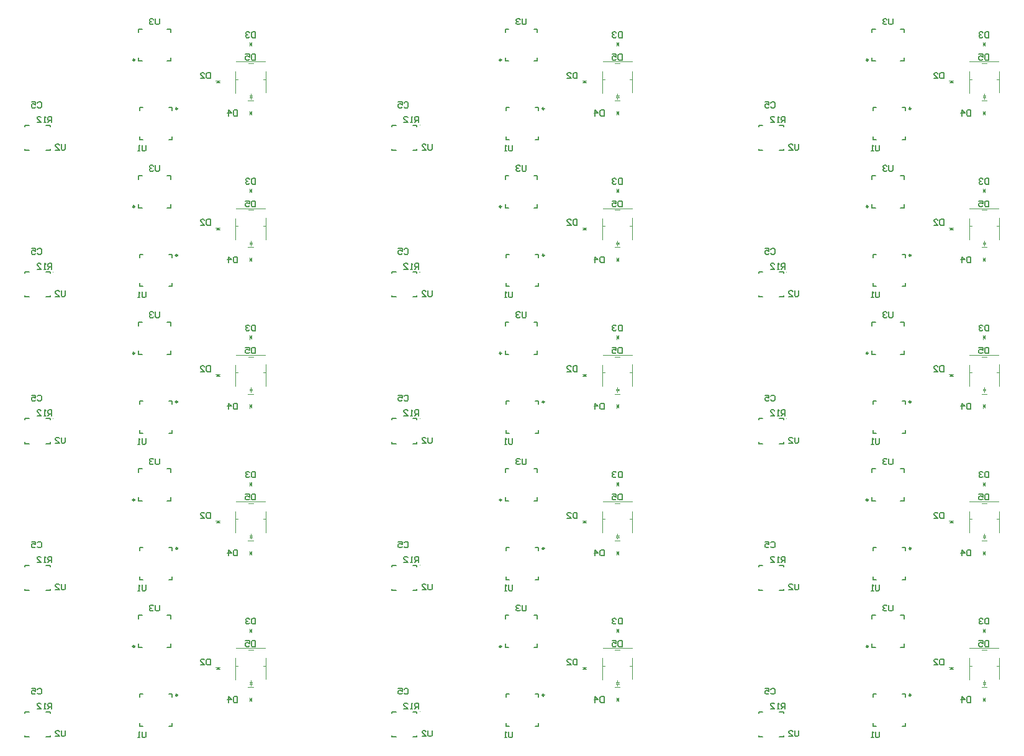
<source format=gbo>
G04*
G04 #@! TF.GenerationSoftware,Altium Limited,Altium Designer,19.0.14 (431)*
G04*
G04 Layer_Color=32896*
%FSLAX44Y44*%
%MOMM*%
G71*
G01*
G75*
%ADD34C,0.2000*%
%ADD54C,0.1000*%
%ADD55C,0.2500*%
%ADD57C,0.1500*%
D34*
X1212104Y64084D02*
Y68334D01*
X1207854D02*
X1212104D01*
X1168104D02*
X1172354D01*
X1168104Y64084D02*
Y68334D01*
Y24334D02*
Y28584D01*
Y24334D02*
X1172354D01*
X1212104D02*
Y28584D01*
X1207854Y24334D02*
X1212104D01*
X1166714Y131674D02*
Y136674D01*
Y131674D02*
X1171714D01*
X1205714D02*
X1210714D01*
Y136674D01*
Y170674D02*
Y175674D01*
X1205714D02*
X1210714D01*
X1166714Y170674D02*
Y175674D01*
X1171714D01*
X1012174Y10084D02*
X1017724D01*
X1040624D02*
X1046174D01*
X1012174Y44084D02*
X1017724D01*
X1040624D02*
X1046174D01*
X1012174Y10084D02*
Y11834D01*
Y42334D02*
Y44084D01*
X1046174Y10084D02*
Y11834D01*
Y42334D02*
Y44084D01*
X1212104Y264084D02*
Y268334D01*
X1207854D02*
X1212104D01*
X1168104D02*
X1172354D01*
X1168104Y264084D02*
Y268334D01*
Y224334D02*
Y228584D01*
Y224334D02*
X1172354D01*
X1212104D02*
Y228584D01*
X1207854Y224334D02*
X1212104D01*
X1166714Y331674D02*
Y336674D01*
Y331674D02*
X1171714D01*
X1205714D02*
X1210714D01*
Y336674D01*
Y370674D02*
Y375674D01*
X1205714D02*
X1210714D01*
X1166714Y370674D02*
Y375674D01*
X1171714D01*
X1012174Y210084D02*
X1017724D01*
X1040624D02*
X1046174D01*
X1012174Y244084D02*
X1017724D01*
X1040624D02*
X1046174D01*
X1012174Y210084D02*
Y211834D01*
Y242334D02*
Y244084D01*
X1046174Y210084D02*
Y211834D01*
Y242334D02*
Y244084D01*
X1212104Y464084D02*
Y468334D01*
X1207854D02*
X1212104D01*
X1168104D02*
X1172354D01*
X1168104Y464084D02*
Y468334D01*
Y424334D02*
Y428584D01*
Y424334D02*
X1172354D01*
X1212104D02*
Y428584D01*
X1207854Y424334D02*
X1212104D01*
X1166714Y531674D02*
Y536674D01*
Y531674D02*
X1171714D01*
X1205714D02*
X1210714D01*
Y536674D01*
Y570674D02*
Y575674D01*
X1205714D02*
X1210714D01*
X1166714Y570674D02*
Y575674D01*
X1171714D01*
X1012174Y410084D02*
X1017724D01*
X1040624D02*
X1046174D01*
X1012174Y444084D02*
X1017724D01*
X1040624D02*
X1046174D01*
X1012174Y410084D02*
Y411834D01*
Y442334D02*
Y444084D01*
X1046174Y410084D02*
Y411834D01*
Y442334D02*
Y444084D01*
X1212104Y664084D02*
Y668334D01*
X1207854D02*
X1212104D01*
X1168104D02*
X1172354D01*
X1168104Y664084D02*
Y668334D01*
Y624334D02*
Y628584D01*
Y624334D02*
X1172354D01*
X1212104D02*
Y628584D01*
X1207854Y624334D02*
X1212104D01*
X1166714Y731674D02*
Y736674D01*
Y731674D02*
X1171714D01*
X1205714D02*
X1210714D01*
Y736674D01*
Y770674D02*
Y775674D01*
X1205714D02*
X1210714D01*
X1166714Y770674D02*
Y775674D01*
X1171714D01*
X1012174Y610084D02*
X1017724D01*
X1040624D02*
X1046174D01*
X1012174Y644084D02*
X1017724D01*
X1040624D02*
X1046174D01*
X1012174Y610084D02*
Y611834D01*
Y642334D02*
Y644084D01*
X1046174Y610084D02*
Y611834D01*
Y642334D02*
Y644084D01*
X1212104Y864084D02*
Y868334D01*
X1207854D02*
X1212104D01*
X1168104D02*
X1172354D01*
X1168104Y864084D02*
Y868334D01*
Y824334D02*
Y828584D01*
Y824334D02*
X1172354D01*
X1212104D02*
Y828584D01*
X1207854Y824334D02*
X1212104D01*
X1166714Y931674D02*
Y936674D01*
Y931674D02*
X1171714D01*
X1205714D02*
X1210714D01*
Y936674D01*
Y970674D02*
Y975674D01*
X1205714D02*
X1210714D01*
X1166714Y970674D02*
Y975674D01*
X1171714D01*
X1012174Y810084D02*
X1017724D01*
X1040624D02*
X1046174D01*
X1012174Y844084D02*
X1017724D01*
X1040624D02*
X1046174D01*
X1012174Y810084D02*
Y811834D01*
Y842334D02*
Y844084D01*
X1046174Y810084D02*
Y811834D01*
Y842334D02*
Y844084D01*
X712104Y64084D02*
Y68334D01*
X707854D02*
X712104D01*
X668104D02*
X672354D01*
X668104Y64084D02*
Y68334D01*
Y24334D02*
Y28584D01*
Y24334D02*
X672354D01*
X712104D02*
Y28584D01*
X707854Y24334D02*
X712104D01*
X666714Y131674D02*
Y136674D01*
Y131674D02*
X671714D01*
X705714D02*
X710714D01*
Y136674D01*
Y170674D02*
Y175674D01*
X705714D02*
X710714D01*
X666714Y170674D02*
Y175674D01*
X671714D01*
X512174Y10084D02*
X517724D01*
X540624D02*
X546174D01*
X512174Y44084D02*
X517724D01*
X540624D02*
X546174D01*
X512174Y10084D02*
Y11834D01*
Y42334D02*
Y44084D01*
X546174Y10084D02*
Y11834D01*
Y42334D02*
Y44084D01*
X712104Y264084D02*
Y268334D01*
X707854D02*
X712104D01*
X668104D02*
X672354D01*
X668104Y264084D02*
Y268334D01*
Y224334D02*
Y228584D01*
Y224334D02*
X672354D01*
X712104D02*
Y228584D01*
X707854Y224334D02*
X712104D01*
X666714Y331674D02*
Y336674D01*
Y331674D02*
X671714D01*
X705714D02*
X710714D01*
Y336674D01*
Y370674D02*
Y375674D01*
X705714D02*
X710714D01*
X666714Y370674D02*
Y375674D01*
X671714D01*
X512174Y210084D02*
X517724D01*
X540624D02*
X546174D01*
X512174Y244084D02*
X517724D01*
X540624D02*
X546174D01*
X512174Y210084D02*
Y211834D01*
Y242334D02*
Y244084D01*
X546174Y210084D02*
Y211834D01*
Y242334D02*
Y244084D01*
X712104Y464084D02*
Y468334D01*
X707854D02*
X712104D01*
X668104D02*
X672354D01*
X668104Y464084D02*
Y468334D01*
Y424334D02*
Y428584D01*
Y424334D02*
X672354D01*
X712104D02*
Y428584D01*
X707854Y424334D02*
X712104D01*
X666714Y531674D02*
Y536674D01*
Y531674D02*
X671714D01*
X705714D02*
X710714D01*
Y536674D01*
Y570674D02*
Y575674D01*
X705714D02*
X710714D01*
X666714Y570674D02*
Y575674D01*
X671714D01*
X512174Y410084D02*
X517724D01*
X540624D02*
X546174D01*
X512174Y444084D02*
X517724D01*
X540624D02*
X546174D01*
X512174Y410084D02*
Y411834D01*
Y442334D02*
Y444084D01*
X546174Y410084D02*
Y411834D01*
Y442334D02*
Y444084D01*
X712104Y664084D02*
Y668334D01*
X707854D02*
X712104D01*
X668104D02*
X672354D01*
X668104Y664084D02*
Y668334D01*
Y624334D02*
Y628584D01*
Y624334D02*
X672354D01*
X712104D02*
Y628584D01*
X707854Y624334D02*
X712104D01*
X666714Y731674D02*
Y736674D01*
Y731674D02*
X671714D01*
X705714D02*
X710714D01*
Y736674D01*
Y770674D02*
Y775674D01*
X705714D02*
X710714D01*
X666714Y770674D02*
Y775674D01*
X671714D01*
X512174Y610084D02*
X517724D01*
X540624D02*
X546174D01*
X512174Y644084D02*
X517724D01*
X540624D02*
X546174D01*
X512174Y610084D02*
Y611834D01*
Y642334D02*
Y644084D01*
X546174Y610084D02*
Y611834D01*
Y642334D02*
Y644084D01*
X712104Y864084D02*
Y868334D01*
X707854D02*
X712104D01*
X668104D02*
X672354D01*
X668104Y864084D02*
Y868334D01*
Y824334D02*
Y828584D01*
Y824334D02*
X672354D01*
X712104D02*
Y828584D01*
X707854Y824334D02*
X712104D01*
X666714Y931674D02*
Y936674D01*
Y931674D02*
X671714D01*
X705714D02*
X710714D01*
Y936674D01*
Y970674D02*
Y975674D01*
X705714D02*
X710714D01*
X666714Y970674D02*
Y975674D01*
X671714D01*
X512174Y810084D02*
X517724D01*
X540624D02*
X546174D01*
X512174Y844084D02*
X517724D01*
X540624D02*
X546174D01*
X512174Y810084D02*
Y811834D01*
Y842334D02*
Y844084D01*
X546174Y810084D02*
Y811834D01*
Y842334D02*
Y844084D01*
X212104Y64084D02*
Y68334D01*
X207854D02*
X212104D01*
X168104D02*
X172354D01*
X168104Y64084D02*
Y68334D01*
Y24334D02*
Y28584D01*
Y24334D02*
X172354D01*
X212104D02*
Y28584D01*
X207854Y24334D02*
X212104D01*
X166714Y131674D02*
Y136674D01*
Y131674D02*
X171714D01*
X205714D02*
X210714D01*
Y136674D01*
Y170674D02*
Y175674D01*
X205714D02*
X210714D01*
X166714Y170674D02*
Y175674D01*
X171714D01*
X12174Y10084D02*
X17724D01*
X40624D02*
X46174D01*
X12174Y44084D02*
X17724D01*
X40624D02*
X46174D01*
X12174Y10084D02*
Y11834D01*
Y42334D02*
Y44084D01*
X46174Y10084D02*
Y11834D01*
Y42334D02*
Y44084D01*
X212104Y264084D02*
Y268334D01*
X207854D02*
X212104D01*
X168104D02*
X172354D01*
X168104Y264084D02*
Y268334D01*
Y224334D02*
Y228584D01*
Y224334D02*
X172354D01*
X212104D02*
Y228584D01*
X207854Y224334D02*
X212104D01*
X166714Y331674D02*
Y336674D01*
Y331674D02*
X171714D01*
X205714D02*
X210714D01*
Y336674D01*
Y370674D02*
Y375674D01*
X205714D02*
X210714D01*
X166714Y370674D02*
Y375674D01*
X171714D01*
X12174Y210084D02*
X17724D01*
X40624D02*
X46174D01*
X12174Y244084D02*
X17724D01*
X40624D02*
X46174D01*
X12174Y210084D02*
Y211834D01*
Y242334D02*
Y244084D01*
X46174Y210084D02*
Y211834D01*
Y242334D02*
Y244084D01*
X212104Y464084D02*
Y468334D01*
X207854D02*
X212104D01*
X168104D02*
X172354D01*
X168104Y464084D02*
Y468334D01*
Y424334D02*
Y428584D01*
Y424334D02*
X172354D01*
X212104D02*
Y428584D01*
X207854Y424334D02*
X212104D01*
X166714Y531674D02*
Y536674D01*
Y531674D02*
X171714D01*
X205714D02*
X210714D01*
Y536674D01*
Y570674D02*
Y575674D01*
X205714D02*
X210714D01*
X166714Y570674D02*
Y575674D01*
X171714D01*
X12174Y410084D02*
X17724D01*
X40624D02*
X46174D01*
X12174Y444084D02*
X17724D01*
X40624D02*
X46174D01*
X12174Y410084D02*
Y411834D01*
Y442334D02*
Y444084D01*
X46174Y410084D02*
Y411834D01*
Y442334D02*
Y444084D01*
X212104Y664084D02*
Y668334D01*
X207854D02*
X212104D01*
X168104D02*
X172354D01*
X168104Y664084D02*
Y668334D01*
Y624334D02*
Y628584D01*
Y624334D02*
X172354D01*
X212104D02*
Y628584D01*
X207854Y624334D02*
X212104D01*
X166714Y731674D02*
Y736674D01*
Y731674D02*
X171714D01*
X205714D02*
X210714D01*
Y736674D01*
Y770674D02*
Y775674D01*
X205714D02*
X210714D01*
X166714Y770674D02*
Y775674D01*
X171714D01*
X12174Y610084D02*
X17724D01*
X40624D02*
X46174D01*
X12174Y644084D02*
X17724D01*
X40624D02*
X46174D01*
X12174Y610084D02*
Y611834D01*
Y642334D02*
Y644084D01*
X46174Y610084D02*
Y611834D01*
Y642334D02*
Y644084D01*
X212104Y864084D02*
Y868334D01*
X207854D02*
X212104D01*
X168104D02*
X172354D01*
X168104Y864084D02*
Y868334D01*
Y824334D02*
Y828584D01*
Y824334D02*
X172354D01*
X212104D02*
Y828584D01*
X207854Y824334D02*
X212104D01*
X166714Y931674D02*
Y936674D01*
Y931674D02*
X171714D01*
X205714D02*
X210714D01*
Y936674D01*
Y970674D02*
Y975674D01*
X205714D02*
X210714D01*
X166714Y970674D02*
Y975674D01*
X171714D01*
X12174Y810084D02*
X17724D01*
X40624D02*
X46174D01*
X12174Y844084D02*
X17724D01*
X40624D02*
X46174D01*
X12174Y810084D02*
Y811834D01*
Y842334D02*
Y844084D01*
X46174Y810084D02*
Y811834D01*
Y842334D02*
Y844084D01*
D54*
X1050674Y44084D02*
G03*
X1050674Y44084I-500J0D01*
G01*
X1299235Y88326D02*
Y117396D01*
X1316135Y77816D02*
X1323185D01*
X1340215Y88496D02*
Y117676D01*
X1316255Y128566D02*
X1323155D01*
X1299295Y106956D02*
X1302595D01*
X1336695D02*
X1340195D01*
X1319895Y84256D02*
Y86956D01*
Y79856D02*
Y82256D01*
X1317895D02*
X1319895Y84256D01*
X1321895Y82256D01*
X1317895Y84256D02*
X1321895D01*
X1317895Y82256D02*
X1321895D01*
X1299695Y130956D02*
X1339695D01*
X1318424Y58254D02*
Y63504D01*
X1320964Y58464D02*
Y63544D01*
X1318424Y61004D02*
X1320964Y58464D01*
X1318424Y61004D02*
X1320964D01*
X1318424D02*
X1320964Y63544D01*
X1319694Y59734D02*
Y62274D01*
X1320194Y59274D02*
Y62774D01*
X1318625Y152254D02*
Y157504D01*
X1321165Y152464D02*
Y157544D01*
X1318625Y155004D02*
X1321165Y152464D01*
X1318625Y155004D02*
X1321165D01*
X1318625D02*
X1321165Y157544D01*
X1319895Y153734D02*
Y156274D01*
X1320395Y153274D02*
Y156774D01*
X1272004Y104574D02*
X1277254D01*
X1272214Y102034D02*
X1277294D01*
X1272214D02*
X1274754Y104574D01*
Y102034D02*
Y104574D01*
X1277294Y102034D01*
X1273484Y103304D02*
X1276024D01*
X1273024Y102804D02*
X1276524D01*
X1050674Y244084D02*
G03*
X1050674Y244084I-500J0D01*
G01*
X1299235Y288326D02*
Y317396D01*
X1316135Y277816D02*
X1323185D01*
X1340215Y288496D02*
Y317676D01*
X1316255Y328566D02*
X1323155D01*
X1299295Y306956D02*
X1302595D01*
X1336695D02*
X1340195D01*
X1319895Y284256D02*
Y286956D01*
Y279856D02*
Y282256D01*
X1317895D02*
X1319895Y284256D01*
X1321895Y282256D01*
X1317895Y284256D02*
X1321895D01*
X1317895Y282256D02*
X1321895D01*
X1299695Y330956D02*
X1339695D01*
X1318424Y258254D02*
Y263504D01*
X1320964Y258464D02*
Y263544D01*
X1318424Y261004D02*
X1320964Y258464D01*
X1318424Y261004D02*
X1320964D01*
X1318424D02*
X1320964Y263544D01*
X1319694Y259734D02*
Y262274D01*
X1320194Y259274D02*
Y262774D01*
X1318625Y352254D02*
Y357504D01*
X1321165Y352464D02*
Y357544D01*
X1318625Y355004D02*
X1321165Y352464D01*
X1318625Y355004D02*
X1321165D01*
X1318625D02*
X1321165Y357544D01*
X1319895Y353734D02*
Y356274D01*
X1320395Y353274D02*
Y356774D01*
X1272004Y304574D02*
X1277254D01*
X1272214Y302034D02*
X1277294D01*
X1272214D02*
X1274754Y304574D01*
Y302034D02*
Y304574D01*
X1277294Y302034D01*
X1273484Y303304D02*
X1276024D01*
X1273024Y302804D02*
X1276524D01*
X1050674Y444084D02*
G03*
X1050674Y444084I-500J0D01*
G01*
X1299235Y488326D02*
Y517396D01*
X1316135Y477816D02*
X1323185D01*
X1340215Y488496D02*
Y517676D01*
X1316255Y528566D02*
X1323155D01*
X1299295Y506956D02*
X1302595D01*
X1336695D02*
X1340195D01*
X1319895Y484256D02*
Y486956D01*
Y479856D02*
Y482256D01*
X1317895D02*
X1319895Y484256D01*
X1321895Y482256D01*
X1317895Y484256D02*
X1321895D01*
X1317895Y482256D02*
X1321895D01*
X1299695Y530956D02*
X1339695D01*
X1318424Y458254D02*
Y463504D01*
X1320964Y458464D02*
Y463544D01*
X1318424Y461004D02*
X1320964Y458464D01*
X1318424Y461004D02*
X1320964D01*
X1318424D02*
X1320964Y463544D01*
X1319694Y459734D02*
Y462274D01*
X1320194Y459274D02*
Y462774D01*
X1318625Y552254D02*
Y557504D01*
X1321165Y552464D02*
Y557544D01*
X1318625Y555004D02*
X1321165Y552464D01*
X1318625Y555004D02*
X1321165D01*
X1318625D02*
X1321165Y557544D01*
X1319895Y553734D02*
Y556274D01*
X1320395Y553274D02*
Y556774D01*
X1272004Y504574D02*
X1277254D01*
X1272214Y502034D02*
X1277294D01*
X1272214D02*
X1274754Y504574D01*
Y502034D02*
Y504574D01*
X1277294Y502034D01*
X1273484Y503304D02*
X1276024D01*
X1273024Y502804D02*
X1276524D01*
X1050674Y644084D02*
G03*
X1050674Y644084I-500J0D01*
G01*
X1299235Y688326D02*
Y717396D01*
X1316135Y677816D02*
X1323185D01*
X1340215Y688496D02*
Y717676D01*
X1316255Y728566D02*
X1323155D01*
X1299295Y706956D02*
X1302595D01*
X1336695D02*
X1340195D01*
X1319895Y684256D02*
Y686956D01*
Y679856D02*
Y682256D01*
X1317895D02*
X1319895Y684256D01*
X1321895Y682256D01*
X1317895Y684256D02*
X1321895D01*
X1317895Y682256D02*
X1321895D01*
X1299695Y730956D02*
X1339695D01*
X1318424Y658254D02*
Y663504D01*
X1320964Y658464D02*
Y663544D01*
X1318424Y661004D02*
X1320964Y658464D01*
X1318424Y661004D02*
X1320964D01*
X1318424D02*
X1320964Y663544D01*
X1319694Y659734D02*
Y662274D01*
X1320194Y659274D02*
Y662774D01*
X1318625Y752254D02*
Y757504D01*
X1321165Y752464D02*
Y757544D01*
X1318625Y755004D02*
X1321165Y752464D01*
X1318625Y755004D02*
X1321165D01*
X1318625D02*
X1321165Y757544D01*
X1319895Y753734D02*
Y756274D01*
X1320395Y753274D02*
Y756774D01*
X1272004Y704574D02*
X1277254D01*
X1272214Y702034D02*
X1277294D01*
X1272214D02*
X1274754Y704574D01*
Y702034D02*
Y704574D01*
X1277294Y702034D01*
X1273484Y703304D02*
X1276024D01*
X1273024Y702804D02*
X1276524D01*
X1050674Y844084D02*
G03*
X1050674Y844084I-500J0D01*
G01*
X1299235Y888326D02*
Y917396D01*
X1316135Y877816D02*
X1323185D01*
X1340215Y888496D02*
Y917676D01*
X1316255Y928566D02*
X1323155D01*
X1299295Y906956D02*
X1302595D01*
X1336695D02*
X1340195D01*
X1319895Y884256D02*
Y886956D01*
Y879856D02*
Y882256D01*
X1317895D02*
X1319895Y884256D01*
X1321895Y882256D01*
X1317895Y884256D02*
X1321895D01*
X1317895Y882256D02*
X1321895D01*
X1299695Y930956D02*
X1339695D01*
X1318424Y858254D02*
Y863504D01*
X1320964Y858464D02*
Y863544D01*
X1318424Y861004D02*
X1320964Y858464D01*
X1318424Y861004D02*
X1320964D01*
X1318424D02*
X1320964Y863544D01*
X1319694Y859734D02*
Y862274D01*
X1320194Y859274D02*
Y862774D01*
X1318625Y952254D02*
Y957504D01*
X1321165Y952464D02*
Y957544D01*
X1318625Y955004D02*
X1321165Y952464D01*
X1318625Y955004D02*
X1321165D01*
X1318625D02*
X1321165Y957544D01*
X1319895Y953734D02*
Y956274D01*
X1320395Y953274D02*
Y956774D01*
X1272004Y904574D02*
X1277254D01*
X1272214Y902034D02*
X1277294D01*
X1272214D02*
X1274754Y904574D01*
Y902034D02*
Y904574D01*
X1277294Y902034D01*
X1273484Y903304D02*
X1276024D01*
X1273024Y902804D02*
X1276524D01*
X550674Y44084D02*
G03*
X550674Y44084I-500J0D01*
G01*
X799235Y88326D02*
Y117396D01*
X816135Y77816D02*
X823185D01*
X840215Y88496D02*
Y117676D01*
X816255Y128566D02*
X823155D01*
X799295Y106956D02*
X802595D01*
X836695D02*
X840195D01*
X819895Y84256D02*
Y86956D01*
Y79856D02*
Y82256D01*
X817895D02*
X819895Y84256D01*
X821895Y82256D01*
X817895Y84256D02*
X821895D01*
X817895Y82256D02*
X821895D01*
X799695Y130956D02*
X839695D01*
X818424Y58254D02*
Y63504D01*
X820964Y58464D02*
Y63544D01*
X818424Y61004D02*
X820964Y58464D01*
X818424Y61004D02*
X820964D01*
X818424D02*
X820964Y63544D01*
X819694Y59734D02*
Y62274D01*
X820194Y59274D02*
Y62774D01*
X818625Y152254D02*
Y157504D01*
X821165Y152464D02*
Y157544D01*
X818625Y155004D02*
X821165Y152464D01*
X818625Y155004D02*
X821165D01*
X818625D02*
X821165Y157544D01*
X819895Y153734D02*
Y156274D01*
X820395Y153274D02*
Y156774D01*
X772004Y104574D02*
X777254D01*
X772214Y102034D02*
X777294D01*
X772214D02*
X774754Y104574D01*
Y102034D02*
Y104574D01*
X777294Y102034D01*
X773484Y103304D02*
X776024D01*
X773024Y102804D02*
X776524D01*
X550674Y244084D02*
G03*
X550674Y244084I-500J0D01*
G01*
X799235Y288326D02*
Y317396D01*
X816135Y277816D02*
X823185D01*
X840215Y288496D02*
Y317676D01*
X816255Y328566D02*
X823155D01*
X799295Y306956D02*
X802595D01*
X836695D02*
X840195D01*
X819895Y284256D02*
Y286956D01*
Y279856D02*
Y282256D01*
X817895D02*
X819895Y284256D01*
X821895Y282256D01*
X817895Y284256D02*
X821895D01*
X817895Y282256D02*
X821895D01*
X799695Y330956D02*
X839695D01*
X818424Y258254D02*
Y263504D01*
X820964Y258464D02*
Y263544D01*
X818424Y261004D02*
X820964Y258464D01*
X818424Y261004D02*
X820964D01*
X818424D02*
X820964Y263544D01*
X819694Y259734D02*
Y262274D01*
X820194Y259274D02*
Y262774D01*
X818625Y352254D02*
Y357504D01*
X821165Y352464D02*
Y357544D01*
X818625Y355004D02*
X821165Y352464D01*
X818625Y355004D02*
X821165D01*
X818625D02*
X821165Y357544D01*
X819895Y353734D02*
Y356274D01*
X820395Y353274D02*
Y356774D01*
X772004Y304574D02*
X777254D01*
X772214Y302034D02*
X777294D01*
X772214D02*
X774754Y304574D01*
Y302034D02*
Y304574D01*
X777294Y302034D01*
X773484Y303304D02*
X776024D01*
X773024Y302804D02*
X776524D01*
X550674Y444084D02*
G03*
X550674Y444084I-500J0D01*
G01*
X799235Y488326D02*
Y517396D01*
X816135Y477816D02*
X823185D01*
X840215Y488496D02*
Y517676D01*
X816255Y528566D02*
X823155D01*
X799295Y506956D02*
X802595D01*
X836695D02*
X840195D01*
X819895Y484256D02*
Y486956D01*
Y479856D02*
Y482256D01*
X817895D02*
X819895Y484256D01*
X821895Y482256D01*
X817895Y484256D02*
X821895D01*
X817895Y482256D02*
X821895D01*
X799695Y530956D02*
X839695D01*
X818424Y458254D02*
Y463504D01*
X820964Y458464D02*
Y463544D01*
X818424Y461004D02*
X820964Y458464D01*
X818424Y461004D02*
X820964D01*
X818424D02*
X820964Y463544D01*
X819694Y459734D02*
Y462274D01*
X820194Y459274D02*
Y462774D01*
X818625Y552254D02*
Y557504D01*
X821165Y552464D02*
Y557544D01*
X818625Y555004D02*
X821165Y552464D01*
X818625Y555004D02*
X821165D01*
X818625D02*
X821165Y557544D01*
X819895Y553734D02*
Y556274D01*
X820395Y553274D02*
Y556774D01*
X772004Y504574D02*
X777254D01*
X772214Y502034D02*
X777294D01*
X772214D02*
X774754Y504574D01*
Y502034D02*
Y504574D01*
X777294Y502034D01*
X773484Y503304D02*
X776024D01*
X773024Y502804D02*
X776524D01*
X550674Y644084D02*
G03*
X550674Y644084I-500J0D01*
G01*
X799235Y688326D02*
Y717396D01*
X816135Y677816D02*
X823185D01*
X840215Y688496D02*
Y717676D01*
X816255Y728566D02*
X823155D01*
X799295Y706956D02*
X802595D01*
X836695D02*
X840195D01*
X819895Y684256D02*
Y686956D01*
Y679856D02*
Y682256D01*
X817895D02*
X819895Y684256D01*
X821895Y682256D01*
X817895Y684256D02*
X821895D01*
X817895Y682256D02*
X821895D01*
X799695Y730956D02*
X839695D01*
X818424Y658254D02*
Y663504D01*
X820964Y658464D02*
Y663544D01*
X818424Y661004D02*
X820964Y658464D01*
X818424Y661004D02*
X820964D01*
X818424D02*
X820964Y663544D01*
X819694Y659734D02*
Y662274D01*
X820194Y659274D02*
Y662774D01*
X818625Y752254D02*
Y757504D01*
X821165Y752464D02*
Y757544D01*
X818625Y755004D02*
X821165Y752464D01*
X818625Y755004D02*
X821165D01*
X818625D02*
X821165Y757544D01*
X819895Y753734D02*
Y756274D01*
X820395Y753274D02*
Y756774D01*
X772004Y704574D02*
X777254D01*
X772214Y702034D02*
X777294D01*
X772214D02*
X774754Y704574D01*
Y702034D02*
Y704574D01*
X777294Y702034D01*
X773484Y703304D02*
X776024D01*
X773024Y702804D02*
X776524D01*
X550674Y844084D02*
G03*
X550674Y844084I-500J0D01*
G01*
X799235Y888326D02*
Y917396D01*
X816135Y877816D02*
X823185D01*
X840215Y888496D02*
Y917676D01*
X816255Y928566D02*
X823155D01*
X799295Y906956D02*
X802595D01*
X836695D02*
X840195D01*
X819895Y884256D02*
Y886956D01*
Y879856D02*
Y882256D01*
X817895D02*
X819895Y884256D01*
X821895Y882256D01*
X817895Y884256D02*
X821895D01*
X817895Y882256D02*
X821895D01*
X799695Y930956D02*
X839695D01*
X818424Y858254D02*
Y863504D01*
X820964Y858464D02*
Y863544D01*
X818424Y861004D02*
X820964Y858464D01*
X818424Y861004D02*
X820964D01*
X818424D02*
X820964Y863544D01*
X819694Y859734D02*
Y862274D01*
X820194Y859274D02*
Y862774D01*
X818625Y952254D02*
Y957504D01*
X821165Y952464D02*
Y957544D01*
X818625Y955004D02*
X821165Y952464D01*
X818625Y955004D02*
X821165D01*
X818625D02*
X821165Y957544D01*
X819895Y953734D02*
Y956274D01*
X820395Y953274D02*
Y956774D01*
X772004Y904574D02*
X777254D01*
X772214Y902034D02*
X777294D01*
X772214D02*
X774754Y904574D01*
Y902034D02*
Y904574D01*
X777294Y902034D01*
X773484Y903304D02*
X776024D01*
X773024Y902804D02*
X776524D01*
X50674Y44084D02*
G03*
X50674Y44084I-500J0D01*
G01*
X299235Y88326D02*
Y117396D01*
X316135Y77816D02*
X323185D01*
X340215Y88496D02*
Y117676D01*
X316255Y128566D02*
X323155D01*
X299295Y106956D02*
X302595D01*
X336695D02*
X340195D01*
X319895Y84256D02*
Y86956D01*
Y79856D02*
Y82256D01*
X317895D02*
X319895Y84256D01*
X321895Y82256D01*
X317895Y84256D02*
X321895D01*
X317895Y82256D02*
X321895D01*
X299695Y130956D02*
X339695D01*
X318424Y58254D02*
Y63504D01*
X320964Y58464D02*
Y63544D01*
X318424Y61004D02*
X320964Y58464D01*
X318424Y61004D02*
X320964D01*
X318424D02*
X320964Y63544D01*
X319694Y59734D02*
Y62274D01*
X320194Y59274D02*
Y62774D01*
X318625Y152254D02*
Y157504D01*
X321165Y152464D02*
Y157544D01*
X318625Y155004D02*
X321165Y152464D01*
X318625Y155004D02*
X321165D01*
X318625D02*
X321165Y157544D01*
X319895Y153734D02*
Y156274D01*
X320395Y153274D02*
Y156774D01*
X272004Y104574D02*
X277254D01*
X272214Y102034D02*
X277294D01*
X272214D02*
X274754Y104574D01*
Y102034D02*
Y104574D01*
X277294Y102034D01*
X273484Y103304D02*
X276024D01*
X273024Y102804D02*
X276524D01*
X50674Y244084D02*
G03*
X50674Y244084I-500J0D01*
G01*
X299235Y288326D02*
Y317396D01*
X316135Y277816D02*
X323185D01*
X340215Y288496D02*
Y317676D01*
X316255Y328566D02*
X323155D01*
X299295Y306956D02*
X302595D01*
X336695D02*
X340195D01*
X319895Y284256D02*
Y286956D01*
Y279856D02*
Y282256D01*
X317895D02*
X319895Y284256D01*
X321895Y282256D01*
X317895Y284256D02*
X321895D01*
X317895Y282256D02*
X321895D01*
X299695Y330956D02*
X339695D01*
X318424Y258254D02*
Y263504D01*
X320964Y258464D02*
Y263544D01*
X318424Y261004D02*
X320964Y258464D01*
X318424Y261004D02*
X320964D01*
X318424D02*
X320964Y263544D01*
X319694Y259734D02*
Y262274D01*
X320194Y259274D02*
Y262774D01*
X318625Y352254D02*
Y357504D01*
X321165Y352464D02*
Y357544D01*
X318625Y355004D02*
X321165Y352464D01*
X318625Y355004D02*
X321165D01*
X318625D02*
X321165Y357544D01*
X319895Y353734D02*
Y356274D01*
X320395Y353274D02*
Y356774D01*
X272004Y304574D02*
X277254D01*
X272214Y302034D02*
X277294D01*
X272214D02*
X274754Y304574D01*
Y302034D02*
Y304574D01*
X277294Y302034D01*
X273484Y303304D02*
X276024D01*
X273024Y302804D02*
X276524D01*
X50674Y444084D02*
G03*
X50674Y444084I-500J0D01*
G01*
X299235Y488326D02*
Y517396D01*
X316135Y477816D02*
X323185D01*
X340215Y488496D02*
Y517676D01*
X316255Y528566D02*
X323155D01*
X299295Y506956D02*
X302595D01*
X336695D02*
X340195D01*
X319895Y484256D02*
Y486956D01*
Y479856D02*
Y482256D01*
X317895D02*
X319895Y484256D01*
X321895Y482256D01*
X317895Y484256D02*
X321895D01*
X317895Y482256D02*
X321895D01*
X299695Y530956D02*
X339695D01*
X318424Y458254D02*
Y463504D01*
X320964Y458464D02*
Y463544D01*
X318424Y461004D02*
X320964Y458464D01*
X318424Y461004D02*
X320964D01*
X318424D02*
X320964Y463544D01*
X319694Y459734D02*
Y462274D01*
X320194Y459274D02*
Y462774D01*
X318625Y552254D02*
Y557504D01*
X321165Y552464D02*
Y557544D01*
X318625Y555004D02*
X321165Y552464D01*
X318625Y555004D02*
X321165D01*
X318625D02*
X321165Y557544D01*
X319895Y553734D02*
Y556274D01*
X320395Y553274D02*
Y556774D01*
X272004Y504574D02*
X277254D01*
X272214Y502034D02*
X277294D01*
X272214D02*
X274754Y504574D01*
Y502034D02*
Y504574D01*
X277294Y502034D01*
X273484Y503304D02*
X276024D01*
X273024Y502804D02*
X276524D01*
X50674Y644084D02*
G03*
X50674Y644084I-500J0D01*
G01*
X299235Y688326D02*
Y717396D01*
X316135Y677816D02*
X323185D01*
X340215Y688496D02*
Y717676D01*
X316255Y728566D02*
X323155D01*
X299295Y706956D02*
X302595D01*
X336695D02*
X340195D01*
X319895Y684256D02*
Y686956D01*
Y679856D02*
Y682256D01*
X317895D02*
X319895Y684256D01*
X321895Y682256D01*
X317895Y684256D02*
X321895D01*
X317895Y682256D02*
X321895D01*
X299695Y730956D02*
X339695D01*
X318424Y658254D02*
Y663504D01*
X320964Y658464D02*
Y663544D01*
X318424Y661004D02*
X320964Y658464D01*
X318424Y661004D02*
X320964D01*
X318424D02*
X320964Y663544D01*
X319694Y659734D02*
Y662274D01*
X320194Y659274D02*
Y662774D01*
X318625Y752254D02*
Y757504D01*
X321165Y752464D02*
Y757544D01*
X318625Y755004D02*
X321165Y752464D01*
X318625Y755004D02*
X321165D01*
X318625D02*
X321165Y757544D01*
X319895Y753734D02*
Y756274D01*
X320395Y753274D02*
Y756774D01*
X272004Y704574D02*
X277254D01*
X272214Y702034D02*
X277294D01*
X272214D02*
X274754Y704574D01*
Y702034D02*
Y704574D01*
X277294Y702034D01*
X273484Y703304D02*
X276024D01*
X273024Y702804D02*
X276524D01*
X50674Y844084D02*
G03*
X50674Y844084I-500J0D01*
G01*
X299235Y888326D02*
Y917396D01*
X316135Y877816D02*
X323185D01*
X340215Y888496D02*
Y917676D01*
X316255Y928566D02*
X323155D01*
X299295Y906956D02*
X302595D01*
X336695D02*
X340195D01*
X319895Y884256D02*
Y886956D01*
Y879856D02*
Y882256D01*
X317895D02*
X319895Y884256D01*
X321895Y882256D01*
X317895Y884256D02*
X321895D01*
X317895Y882256D02*
X321895D01*
X299695Y930956D02*
X339695D01*
X318424Y858254D02*
Y863504D01*
X320964Y858464D02*
Y863544D01*
X318424Y861004D02*
X320964Y858464D01*
X318424Y861004D02*
X320964D01*
X318424D02*
X320964Y863544D01*
X319694Y859734D02*
Y862274D01*
X320194Y859274D02*
Y862774D01*
X318625Y952254D02*
Y957504D01*
X321165Y952464D02*
Y957544D01*
X318625Y955004D02*
X321165Y952464D01*
X318625Y955004D02*
X321165D01*
X318625D02*
X321165Y957544D01*
X319895Y953734D02*
Y956274D01*
X320395Y953274D02*
Y956774D01*
X272004Y904574D02*
X277254D01*
X272214Y902034D02*
X277294D01*
X272214D02*
X274754Y904574D01*
Y902034D02*
Y904574D01*
X277294Y902034D01*
X273484Y903304D02*
X276024D01*
X273024Y902804D02*
X276524D01*
D55*
X1219854Y66834D02*
G03*
X1219854Y66834I-1250J0D01*
G01*
X1161464Y133174D02*
G03*
X1161464Y133174I-1250J0D01*
G01*
X1219854Y266834D02*
G03*
X1219854Y266834I-1250J0D01*
G01*
X1161464Y333174D02*
G03*
X1161464Y333174I-1250J0D01*
G01*
X1219854Y466834D02*
G03*
X1219854Y466834I-1250J0D01*
G01*
X1161464Y533174D02*
G03*
X1161464Y533174I-1250J0D01*
G01*
X1219854Y666834D02*
G03*
X1219854Y666834I-1250J0D01*
G01*
X1161464Y733174D02*
G03*
X1161464Y733174I-1250J0D01*
G01*
X1219854Y866834D02*
G03*
X1219854Y866834I-1250J0D01*
G01*
X1161464Y933174D02*
G03*
X1161464Y933174I-1250J0D01*
G01*
X719854Y66834D02*
G03*
X719854Y66834I-1250J0D01*
G01*
X661464Y133174D02*
G03*
X661464Y133174I-1250J0D01*
G01*
X719854Y266834D02*
G03*
X719854Y266834I-1250J0D01*
G01*
X661464Y333174D02*
G03*
X661464Y333174I-1250J0D01*
G01*
X719854Y466834D02*
G03*
X719854Y466834I-1250J0D01*
G01*
X661464Y533174D02*
G03*
X661464Y533174I-1250J0D01*
G01*
X719854Y666834D02*
G03*
X719854Y666834I-1250J0D01*
G01*
X661464Y733174D02*
G03*
X661464Y733174I-1250J0D01*
G01*
X719854Y866834D02*
G03*
X719854Y866834I-1250J0D01*
G01*
X661464Y933174D02*
G03*
X661464Y933174I-1250J0D01*
G01*
X219854Y66834D02*
G03*
X219854Y66834I-1250J0D01*
G01*
X161464Y133174D02*
G03*
X161464Y133174I-1250J0D01*
G01*
X219854Y266834D02*
G03*
X219854Y266834I-1250J0D01*
G01*
X161464Y333174D02*
G03*
X161464Y333174I-1250J0D01*
G01*
X219854Y466834D02*
G03*
X219854Y466834I-1250J0D01*
G01*
X161464Y533174D02*
G03*
X161464Y533174I-1250J0D01*
G01*
X219854Y666834D02*
G03*
X219854Y666834I-1250J0D01*
G01*
X161464Y733174D02*
G03*
X161464Y733174I-1250J0D01*
G01*
X219854Y866834D02*
G03*
X219854Y866834I-1250J0D01*
G01*
X161464Y933174D02*
G03*
X161464Y933174I-1250J0D01*
G01*
D57*
X1325964Y141111D02*
Y133113D01*
X1321965D01*
X1320632Y134446D01*
Y139778D01*
X1321965Y141111D01*
X1325964D01*
X1312635D02*
X1317967D01*
Y137112D01*
X1315301Y138445D01*
X1313968D01*
X1312635Y137112D01*
Y134446D01*
X1313968Y133113D01*
X1316634D01*
X1317967Y134446D01*
X1195214Y189611D02*
Y182947D01*
X1193881Y181614D01*
X1191215D01*
X1189882Y182947D01*
Y189611D01*
X1187216Y188278D02*
X1185883Y189611D01*
X1183218D01*
X1181885Y188278D01*
Y186945D01*
X1183218Y185613D01*
X1184551D01*
X1183218D01*
X1181885Y184280D01*
Y182947D01*
X1183218Y181614D01*
X1185883D01*
X1187216Y182947D01*
X1264674Y116042D02*
Y108044D01*
X1260675D01*
X1259342Y109377D01*
Y114709D01*
X1260675Y116042D01*
X1264674D01*
X1251345Y108044D02*
X1256676D01*
X1251345Y113376D01*
Y114709D01*
X1252678Y116042D01*
X1255343D01*
X1256676Y114709D01*
X1326164Y171811D02*
Y163814D01*
X1322165D01*
X1320833Y165147D01*
Y170478D01*
X1322165Y171811D01*
X1326164D01*
X1318167Y170478D02*
X1316834Y171811D01*
X1314168D01*
X1312835Y170478D01*
Y169145D01*
X1314168Y167812D01*
X1315501D01*
X1314168D01*
X1312835Y166480D01*
Y165147D01*
X1314168Y163814D01*
X1316834D01*
X1318167Y165147D01*
X1301336Y64931D02*
Y56934D01*
X1297337D01*
X1296004Y58267D01*
Y63598D01*
X1297337Y64931D01*
X1301336D01*
X1289339Y56934D02*
Y64931D01*
X1293338Y60932D01*
X1288007D01*
X1066794Y18501D02*
Y11837D01*
X1065461Y10504D01*
X1062795D01*
X1061462Y11837D01*
Y18501D01*
X1053465Y10504D02*
X1058796D01*
X1053465Y15835D01*
Y17168D01*
X1054798Y18501D01*
X1057464D01*
X1058796Y17168D01*
X1176824Y17112D02*
Y10447D01*
X1175491Y9114D01*
X1172825D01*
X1171492Y10447D01*
Y17112D01*
X1168826Y9114D02*
X1166161D01*
X1167493D01*
Y17112D01*
X1168826Y15779D01*
X1048534Y48004D02*
Y56001D01*
X1044535D01*
X1043202Y54668D01*
Y52003D01*
X1044535Y50670D01*
X1048534D01*
X1045868D02*
X1043202Y48004D01*
X1040536D02*
X1037871D01*
X1039203D01*
Y56001D01*
X1040536Y54668D01*
X1028540Y48004D02*
X1033872D01*
X1028540Y53336D01*
Y54668D01*
X1029873Y56001D01*
X1032539D01*
X1033872Y54668D01*
X1028972Y74808D02*
X1030305Y76141D01*
X1032971D01*
X1034304Y74808D01*
Y69477D01*
X1032971Y68144D01*
X1030305D01*
X1028972Y69477D01*
X1020975Y76141D02*
X1026307D01*
Y72143D01*
X1023641Y73475D01*
X1022308D01*
X1020975Y72143D01*
Y69477D01*
X1022308Y68144D01*
X1024974D01*
X1026307Y69477D01*
X1325964Y341111D02*
Y333113D01*
X1321965D01*
X1320632Y334446D01*
Y339778D01*
X1321965Y341111D01*
X1325964D01*
X1312635D02*
X1317967D01*
Y337112D01*
X1315301Y338445D01*
X1313968D01*
X1312635Y337112D01*
Y334446D01*
X1313968Y333113D01*
X1316634D01*
X1317967Y334446D01*
X1195214Y389611D02*
Y382947D01*
X1193881Y381614D01*
X1191215D01*
X1189882Y382947D01*
Y389611D01*
X1187216Y388278D02*
X1185883Y389611D01*
X1183218D01*
X1181885Y388278D01*
Y386945D01*
X1183218Y385612D01*
X1184551D01*
X1183218D01*
X1181885Y384280D01*
Y382947D01*
X1183218Y381614D01*
X1185883D01*
X1187216Y382947D01*
X1264674Y316042D02*
Y308044D01*
X1260675D01*
X1259342Y309377D01*
Y314709D01*
X1260675Y316042D01*
X1264674D01*
X1251345Y308044D02*
X1256676D01*
X1251345Y313376D01*
Y314709D01*
X1252678Y316042D01*
X1255343D01*
X1256676Y314709D01*
X1326164Y371811D02*
Y363814D01*
X1322165D01*
X1320833Y365147D01*
Y370478D01*
X1322165Y371811D01*
X1326164D01*
X1318167Y370478D02*
X1316834Y371811D01*
X1314168D01*
X1312835Y370478D01*
Y369145D01*
X1314168Y367812D01*
X1315501D01*
X1314168D01*
X1312835Y366480D01*
Y365147D01*
X1314168Y363814D01*
X1316834D01*
X1318167Y365147D01*
X1301336Y264931D02*
Y256934D01*
X1297337D01*
X1296004Y258267D01*
Y263598D01*
X1297337Y264931D01*
X1301336D01*
X1289339Y256934D02*
Y264931D01*
X1293338Y260933D01*
X1288007D01*
X1066794Y218501D02*
Y211837D01*
X1065461Y210504D01*
X1062795D01*
X1061462Y211837D01*
Y218501D01*
X1053465Y210504D02*
X1058796D01*
X1053465Y215835D01*
Y217168D01*
X1054798Y218501D01*
X1057464D01*
X1058796Y217168D01*
X1176824Y217112D02*
Y210447D01*
X1175491Y209114D01*
X1172825D01*
X1171492Y210447D01*
Y217112D01*
X1168826Y209114D02*
X1166161D01*
X1167493D01*
Y217112D01*
X1168826Y215779D01*
X1048534Y248004D02*
Y256001D01*
X1044535D01*
X1043202Y254669D01*
Y252003D01*
X1044535Y250670D01*
X1048534D01*
X1045868D02*
X1043202Y248004D01*
X1040536D02*
X1037871D01*
X1039203D01*
Y256001D01*
X1040536Y254669D01*
X1028540Y248004D02*
X1033872D01*
X1028540Y253336D01*
Y254669D01*
X1029873Y256001D01*
X1032539D01*
X1033872Y254669D01*
X1028972Y274808D02*
X1030305Y276141D01*
X1032971D01*
X1034304Y274808D01*
Y269477D01*
X1032971Y268144D01*
X1030305D01*
X1028972Y269477D01*
X1020975Y276141D02*
X1026307D01*
Y272143D01*
X1023641Y273475D01*
X1022308D01*
X1020975Y272143D01*
Y269477D01*
X1022308Y268144D01*
X1024974D01*
X1026307Y269477D01*
X1325964Y541111D02*
Y533113D01*
X1321965D01*
X1320632Y534446D01*
Y539778D01*
X1321965Y541111D01*
X1325964D01*
X1312635D02*
X1317967D01*
Y537112D01*
X1315301Y538445D01*
X1313968D01*
X1312635Y537112D01*
Y534446D01*
X1313968Y533113D01*
X1316634D01*
X1317967Y534446D01*
X1195214Y589611D02*
Y582947D01*
X1193881Y581614D01*
X1191215D01*
X1189882Y582947D01*
Y589611D01*
X1187216Y588278D02*
X1185883Y589611D01*
X1183218D01*
X1181885Y588278D01*
Y586945D01*
X1183218Y585612D01*
X1184551D01*
X1183218D01*
X1181885Y584280D01*
Y582947D01*
X1183218Y581614D01*
X1185883D01*
X1187216Y582947D01*
X1264674Y516042D02*
Y508044D01*
X1260675D01*
X1259342Y509377D01*
Y514709D01*
X1260675Y516042D01*
X1264674D01*
X1251345Y508044D02*
X1256676D01*
X1251345Y513376D01*
Y514709D01*
X1252678Y516042D01*
X1255343D01*
X1256676Y514709D01*
X1326164Y571811D02*
Y563814D01*
X1322165D01*
X1320833Y565147D01*
Y570478D01*
X1322165Y571811D01*
X1326164D01*
X1318167Y570478D02*
X1316834Y571811D01*
X1314168D01*
X1312835Y570478D01*
Y569145D01*
X1314168Y567812D01*
X1315501D01*
X1314168D01*
X1312835Y566480D01*
Y565147D01*
X1314168Y563814D01*
X1316834D01*
X1318167Y565147D01*
X1301336Y464931D02*
Y456934D01*
X1297337D01*
X1296004Y458267D01*
Y463598D01*
X1297337Y464931D01*
X1301336D01*
X1289339Y456934D02*
Y464931D01*
X1293338Y460933D01*
X1288007D01*
X1066794Y418501D02*
Y411837D01*
X1065461Y410504D01*
X1062795D01*
X1061462Y411837D01*
Y418501D01*
X1053465Y410504D02*
X1058796D01*
X1053465Y415835D01*
Y417168D01*
X1054798Y418501D01*
X1057464D01*
X1058796Y417168D01*
X1176824Y417112D02*
Y410447D01*
X1175491Y409114D01*
X1172825D01*
X1171492Y410447D01*
Y417112D01*
X1168826Y409114D02*
X1166161D01*
X1167493D01*
Y417112D01*
X1168826Y415779D01*
X1048534Y448004D02*
Y456001D01*
X1044535D01*
X1043202Y454669D01*
Y452003D01*
X1044535Y450670D01*
X1048534D01*
X1045868D02*
X1043202Y448004D01*
X1040536D02*
X1037871D01*
X1039203D01*
Y456001D01*
X1040536Y454669D01*
X1028540Y448004D02*
X1033872D01*
X1028540Y453336D01*
Y454669D01*
X1029873Y456001D01*
X1032539D01*
X1033872Y454669D01*
X1028972Y474808D02*
X1030305Y476141D01*
X1032971D01*
X1034304Y474808D01*
Y469477D01*
X1032971Y468144D01*
X1030305D01*
X1028972Y469477D01*
X1020975Y476141D02*
X1026307D01*
Y472142D01*
X1023641Y473475D01*
X1022308D01*
X1020975Y472142D01*
Y469477D01*
X1022308Y468144D01*
X1024974D01*
X1026307Y469477D01*
X1325964Y741111D02*
Y733113D01*
X1321965D01*
X1320632Y734446D01*
Y739778D01*
X1321965Y741111D01*
X1325964D01*
X1312635D02*
X1317967D01*
Y737112D01*
X1315301Y738445D01*
X1313968D01*
X1312635Y737112D01*
Y734446D01*
X1313968Y733113D01*
X1316634D01*
X1317967Y734446D01*
X1195214Y789611D02*
Y782947D01*
X1193881Y781614D01*
X1191215D01*
X1189882Y782947D01*
Y789611D01*
X1187216Y788278D02*
X1185883Y789611D01*
X1183218D01*
X1181885Y788278D01*
Y786945D01*
X1183218Y785612D01*
X1184551D01*
X1183218D01*
X1181885Y784280D01*
Y782947D01*
X1183218Y781614D01*
X1185883D01*
X1187216Y782947D01*
X1264674Y716042D02*
Y708044D01*
X1260675D01*
X1259342Y709377D01*
Y714709D01*
X1260675Y716042D01*
X1264674D01*
X1251345Y708044D02*
X1256676D01*
X1251345Y713376D01*
Y714709D01*
X1252678Y716042D01*
X1255343D01*
X1256676Y714709D01*
X1326164Y771811D02*
Y763814D01*
X1322165D01*
X1320833Y765147D01*
Y770478D01*
X1322165Y771811D01*
X1326164D01*
X1318167Y770478D02*
X1316834Y771811D01*
X1314168D01*
X1312835Y770478D01*
Y769145D01*
X1314168Y767812D01*
X1315501D01*
X1314168D01*
X1312835Y766480D01*
Y765147D01*
X1314168Y763814D01*
X1316834D01*
X1318167Y765147D01*
X1301336Y664931D02*
Y656934D01*
X1297337D01*
X1296004Y658267D01*
Y663598D01*
X1297337Y664931D01*
X1301336D01*
X1289339Y656934D02*
Y664931D01*
X1293338Y660932D01*
X1288007D01*
X1066794Y618501D02*
Y611837D01*
X1065461Y610504D01*
X1062795D01*
X1061462Y611837D01*
Y618501D01*
X1053465Y610504D02*
X1058796D01*
X1053465Y615835D01*
Y617168D01*
X1054798Y618501D01*
X1057464D01*
X1058796Y617168D01*
X1176824Y617112D02*
Y610447D01*
X1175491Y609114D01*
X1172825D01*
X1171492Y610447D01*
Y617112D01*
X1168826Y609114D02*
X1166161D01*
X1167493D01*
Y617112D01*
X1168826Y615779D01*
X1048534Y648004D02*
Y656001D01*
X1044535D01*
X1043202Y654669D01*
Y652003D01*
X1044535Y650670D01*
X1048534D01*
X1045868D02*
X1043202Y648004D01*
X1040536D02*
X1037871D01*
X1039203D01*
Y656001D01*
X1040536Y654669D01*
X1028540Y648004D02*
X1033872D01*
X1028540Y653336D01*
Y654669D01*
X1029873Y656001D01*
X1032539D01*
X1033872Y654669D01*
X1028972Y674808D02*
X1030305Y676141D01*
X1032971D01*
X1034304Y674808D01*
Y669477D01*
X1032971Y668144D01*
X1030305D01*
X1028972Y669477D01*
X1020975Y676141D02*
X1026307D01*
Y672142D01*
X1023641Y673475D01*
X1022308D01*
X1020975Y672142D01*
Y669477D01*
X1022308Y668144D01*
X1024974D01*
X1026307Y669477D01*
X1325964Y941111D02*
Y933113D01*
X1321965D01*
X1320632Y934446D01*
Y939778D01*
X1321965Y941111D01*
X1325964D01*
X1312635D02*
X1317967D01*
Y937112D01*
X1315301Y938445D01*
X1313968D01*
X1312635Y937112D01*
Y934446D01*
X1313968Y933113D01*
X1316634D01*
X1317967Y934446D01*
X1195214Y989611D02*
Y982947D01*
X1193881Y981614D01*
X1191215D01*
X1189882Y982947D01*
Y989611D01*
X1187216Y988278D02*
X1185883Y989611D01*
X1183218D01*
X1181885Y988278D01*
Y986945D01*
X1183218Y985612D01*
X1184551D01*
X1183218D01*
X1181885Y984280D01*
Y982947D01*
X1183218Y981614D01*
X1185883D01*
X1187216Y982947D01*
X1264674Y916042D02*
Y908044D01*
X1260675D01*
X1259342Y909377D01*
Y914709D01*
X1260675Y916042D01*
X1264674D01*
X1251345Y908044D02*
X1256676D01*
X1251345Y913376D01*
Y914709D01*
X1252678Y916042D01*
X1255343D01*
X1256676Y914709D01*
X1326164Y971811D02*
Y963814D01*
X1322165D01*
X1320833Y965147D01*
Y970478D01*
X1322165Y971811D01*
X1326164D01*
X1318167Y970478D02*
X1316834Y971811D01*
X1314168D01*
X1312835Y970478D01*
Y969145D01*
X1314168Y967812D01*
X1315501D01*
X1314168D01*
X1312835Y966480D01*
Y965147D01*
X1314168Y963814D01*
X1316834D01*
X1318167Y965147D01*
X1301336Y864931D02*
Y856934D01*
X1297337D01*
X1296004Y858267D01*
Y863598D01*
X1297337Y864931D01*
X1301336D01*
X1289339Y856934D02*
Y864931D01*
X1293338Y860932D01*
X1288007D01*
X1066794Y818501D02*
Y811837D01*
X1065461Y810504D01*
X1062795D01*
X1061462Y811837D01*
Y818501D01*
X1053465Y810504D02*
X1058796D01*
X1053465Y815835D01*
Y817168D01*
X1054798Y818501D01*
X1057464D01*
X1058796Y817168D01*
X1176824Y817112D02*
Y810447D01*
X1175491Y809115D01*
X1172825D01*
X1171492Y810447D01*
Y817112D01*
X1168826Y809115D02*
X1166161D01*
X1167493D01*
Y817112D01*
X1168826Y815779D01*
X1048534Y848004D02*
Y856001D01*
X1044535D01*
X1043202Y854669D01*
Y852003D01*
X1044535Y850670D01*
X1048534D01*
X1045868D02*
X1043202Y848004D01*
X1040536D02*
X1037871D01*
X1039203D01*
Y856001D01*
X1040536Y854669D01*
X1028540Y848004D02*
X1033872D01*
X1028540Y853336D01*
Y854669D01*
X1029873Y856001D01*
X1032539D01*
X1033872Y854669D01*
X1028972Y874808D02*
X1030305Y876141D01*
X1032971D01*
X1034304Y874808D01*
Y869477D01*
X1032971Y868144D01*
X1030305D01*
X1028972Y869477D01*
X1020975Y876141D02*
X1026307D01*
Y872142D01*
X1023641Y873475D01*
X1022308D01*
X1020975Y872142D01*
Y869477D01*
X1022308Y868144D01*
X1024974D01*
X1026307Y869477D01*
X825964Y141111D02*
Y133113D01*
X821965D01*
X820632Y134446D01*
Y139778D01*
X821965Y141111D01*
X825964D01*
X812635D02*
X817967D01*
Y137112D01*
X815301Y138445D01*
X813968D01*
X812635Y137112D01*
Y134446D01*
X813968Y133113D01*
X816634D01*
X817967Y134446D01*
X695214Y189611D02*
Y182947D01*
X693881Y181614D01*
X691215D01*
X689882Y182947D01*
Y189611D01*
X687216Y188278D02*
X685883Y189611D01*
X683218D01*
X681885Y188278D01*
Y186945D01*
X683218Y185613D01*
X684551D01*
X683218D01*
X681885Y184280D01*
Y182947D01*
X683218Y181614D01*
X685883D01*
X687216Y182947D01*
X764674Y116042D02*
Y108044D01*
X760675D01*
X759342Y109377D01*
Y114709D01*
X760675Y116042D01*
X764674D01*
X751345Y108044D02*
X756676D01*
X751345Y113376D01*
Y114709D01*
X752678Y116042D01*
X755343D01*
X756676Y114709D01*
X826164Y171811D02*
Y163814D01*
X822165D01*
X820833Y165147D01*
Y170478D01*
X822165Y171811D01*
X826164D01*
X818167Y170478D02*
X816834Y171811D01*
X814168D01*
X812835Y170478D01*
Y169145D01*
X814168Y167812D01*
X815501D01*
X814168D01*
X812835Y166480D01*
Y165147D01*
X814168Y163814D01*
X816834D01*
X818167Y165147D01*
X801336Y64931D02*
Y56934D01*
X797337D01*
X796004Y58267D01*
Y63598D01*
X797337Y64931D01*
X801336D01*
X789340Y56934D02*
Y64931D01*
X793338Y60932D01*
X788007D01*
X566794Y18501D02*
Y11837D01*
X565461Y10504D01*
X562795D01*
X561462Y11837D01*
Y18501D01*
X553465Y10504D02*
X558796D01*
X553465Y15835D01*
Y17168D01*
X554798Y18501D01*
X557463D01*
X558796Y17168D01*
X676824Y17112D02*
Y10447D01*
X675491Y9114D01*
X672825D01*
X671492Y10447D01*
Y17112D01*
X668826Y9114D02*
X666161D01*
X667493D01*
Y17112D01*
X668826Y15779D01*
X548534Y48004D02*
Y56001D01*
X544535D01*
X543202Y54668D01*
Y52003D01*
X544535Y50670D01*
X548534D01*
X545868D02*
X543202Y48004D01*
X540536D02*
X537871D01*
X539203D01*
Y56001D01*
X540536Y54668D01*
X528540Y48004D02*
X533872D01*
X528540Y53336D01*
Y54668D01*
X529873Y56001D01*
X532539D01*
X533872Y54668D01*
X528972Y74808D02*
X530305Y76141D01*
X532971D01*
X534304Y74808D01*
Y69477D01*
X532971Y68144D01*
X530305D01*
X528972Y69477D01*
X520975Y76141D02*
X526307D01*
Y72143D01*
X523641Y73475D01*
X522308D01*
X520975Y72143D01*
Y69477D01*
X522308Y68144D01*
X524974D01*
X526307Y69477D01*
X825964Y341111D02*
Y333113D01*
X821965D01*
X820632Y334446D01*
Y339778D01*
X821965Y341111D01*
X825964D01*
X812635D02*
X817967D01*
Y337112D01*
X815301Y338445D01*
X813968D01*
X812635Y337112D01*
Y334446D01*
X813968Y333113D01*
X816634D01*
X817967Y334446D01*
X695214Y389611D02*
Y382947D01*
X693881Y381614D01*
X691215D01*
X689882Y382947D01*
Y389611D01*
X687216Y388278D02*
X685883Y389611D01*
X683218D01*
X681885Y388278D01*
Y386945D01*
X683218Y385612D01*
X684551D01*
X683218D01*
X681885Y384280D01*
Y382947D01*
X683218Y381614D01*
X685883D01*
X687216Y382947D01*
X764674Y316042D02*
Y308044D01*
X760675D01*
X759342Y309377D01*
Y314709D01*
X760675Y316042D01*
X764674D01*
X751345Y308044D02*
X756676D01*
X751345Y313376D01*
Y314709D01*
X752678Y316042D01*
X755343D01*
X756676Y314709D01*
X826164Y371811D02*
Y363814D01*
X822165D01*
X820833Y365147D01*
Y370478D01*
X822165Y371811D01*
X826164D01*
X818167Y370478D02*
X816834Y371811D01*
X814168D01*
X812835Y370478D01*
Y369145D01*
X814168Y367812D01*
X815501D01*
X814168D01*
X812835Y366480D01*
Y365147D01*
X814168Y363814D01*
X816834D01*
X818167Y365147D01*
X801336Y264931D02*
Y256934D01*
X797337D01*
X796004Y258267D01*
Y263598D01*
X797337Y264931D01*
X801336D01*
X789340Y256934D02*
Y264931D01*
X793338Y260933D01*
X788007D01*
X566794Y218501D02*
Y211837D01*
X565461Y210504D01*
X562795D01*
X561462Y211837D01*
Y218501D01*
X553465Y210504D02*
X558796D01*
X553465Y215835D01*
Y217168D01*
X554798Y218501D01*
X557463D01*
X558796Y217168D01*
X676824Y217112D02*
Y210447D01*
X675491Y209114D01*
X672825D01*
X671492Y210447D01*
Y217112D01*
X668826Y209114D02*
X666161D01*
X667493D01*
Y217112D01*
X668826Y215779D01*
X548534Y248004D02*
Y256001D01*
X544535D01*
X543202Y254669D01*
Y252003D01*
X544535Y250670D01*
X548534D01*
X545868D02*
X543202Y248004D01*
X540536D02*
X537871D01*
X539203D01*
Y256001D01*
X540536Y254669D01*
X528540Y248004D02*
X533872D01*
X528540Y253336D01*
Y254669D01*
X529873Y256001D01*
X532539D01*
X533872Y254669D01*
X528972Y274808D02*
X530305Y276141D01*
X532971D01*
X534304Y274808D01*
Y269477D01*
X532971Y268144D01*
X530305D01*
X528972Y269477D01*
X520975Y276141D02*
X526307D01*
Y272143D01*
X523641Y273475D01*
X522308D01*
X520975Y272143D01*
Y269477D01*
X522308Y268144D01*
X524974D01*
X526307Y269477D01*
X825964Y541111D02*
Y533113D01*
X821965D01*
X820632Y534446D01*
Y539778D01*
X821965Y541111D01*
X825964D01*
X812635D02*
X817967D01*
Y537112D01*
X815301Y538445D01*
X813968D01*
X812635Y537112D01*
Y534446D01*
X813968Y533113D01*
X816634D01*
X817967Y534446D01*
X695214Y589611D02*
Y582947D01*
X693881Y581614D01*
X691215D01*
X689882Y582947D01*
Y589611D01*
X687216Y588278D02*
X685883Y589611D01*
X683218D01*
X681885Y588278D01*
Y586945D01*
X683218Y585612D01*
X684551D01*
X683218D01*
X681885Y584280D01*
Y582947D01*
X683218Y581614D01*
X685883D01*
X687216Y582947D01*
X764674Y516042D02*
Y508044D01*
X760675D01*
X759342Y509377D01*
Y514709D01*
X760675Y516042D01*
X764674D01*
X751345Y508044D02*
X756676D01*
X751345Y513376D01*
Y514709D01*
X752678Y516042D01*
X755343D01*
X756676Y514709D01*
X826164Y571811D02*
Y563814D01*
X822165D01*
X820833Y565147D01*
Y570478D01*
X822165Y571811D01*
X826164D01*
X818167Y570478D02*
X816834Y571811D01*
X814168D01*
X812835Y570478D01*
Y569145D01*
X814168Y567812D01*
X815501D01*
X814168D01*
X812835Y566480D01*
Y565147D01*
X814168Y563814D01*
X816834D01*
X818167Y565147D01*
X801336Y464931D02*
Y456934D01*
X797337D01*
X796004Y458267D01*
Y463598D01*
X797337Y464931D01*
X801336D01*
X789340Y456934D02*
Y464931D01*
X793338Y460933D01*
X788007D01*
X566794Y418501D02*
Y411837D01*
X565461Y410504D01*
X562795D01*
X561462Y411837D01*
Y418501D01*
X553465Y410504D02*
X558796D01*
X553465Y415835D01*
Y417168D01*
X554798Y418501D01*
X557463D01*
X558796Y417168D01*
X676824Y417112D02*
Y410447D01*
X675491Y409114D01*
X672825D01*
X671492Y410447D01*
Y417112D01*
X668826Y409114D02*
X666161D01*
X667493D01*
Y417112D01*
X668826Y415779D01*
X548534Y448004D02*
Y456001D01*
X544535D01*
X543202Y454669D01*
Y452003D01*
X544535Y450670D01*
X548534D01*
X545868D02*
X543202Y448004D01*
X540536D02*
X537871D01*
X539203D01*
Y456001D01*
X540536Y454669D01*
X528540Y448004D02*
X533872D01*
X528540Y453336D01*
Y454669D01*
X529873Y456001D01*
X532539D01*
X533872Y454669D01*
X528972Y474808D02*
X530305Y476141D01*
X532971D01*
X534304Y474808D01*
Y469477D01*
X532971Y468144D01*
X530305D01*
X528972Y469477D01*
X520975Y476141D02*
X526307D01*
Y472142D01*
X523641Y473475D01*
X522308D01*
X520975Y472142D01*
Y469477D01*
X522308Y468144D01*
X524974D01*
X526307Y469477D01*
X825964Y741111D02*
Y733113D01*
X821965D01*
X820632Y734446D01*
Y739778D01*
X821965Y741111D01*
X825964D01*
X812635D02*
X817967D01*
Y737112D01*
X815301Y738445D01*
X813968D01*
X812635Y737112D01*
Y734446D01*
X813968Y733113D01*
X816634D01*
X817967Y734446D01*
X695214Y789611D02*
Y782947D01*
X693881Y781614D01*
X691215D01*
X689882Y782947D01*
Y789611D01*
X687216Y788278D02*
X685883Y789611D01*
X683218D01*
X681885Y788278D01*
Y786945D01*
X683218Y785612D01*
X684551D01*
X683218D01*
X681885Y784280D01*
Y782947D01*
X683218Y781614D01*
X685883D01*
X687216Y782947D01*
X764674Y716042D02*
Y708044D01*
X760675D01*
X759342Y709377D01*
Y714709D01*
X760675Y716042D01*
X764674D01*
X751345Y708044D02*
X756676D01*
X751345Y713376D01*
Y714709D01*
X752678Y716042D01*
X755343D01*
X756676Y714709D01*
X826164Y771811D02*
Y763814D01*
X822165D01*
X820833Y765147D01*
Y770478D01*
X822165Y771811D01*
X826164D01*
X818167Y770478D02*
X816834Y771811D01*
X814168D01*
X812835Y770478D01*
Y769145D01*
X814168Y767812D01*
X815501D01*
X814168D01*
X812835Y766480D01*
Y765147D01*
X814168Y763814D01*
X816834D01*
X818167Y765147D01*
X801336Y664931D02*
Y656934D01*
X797337D01*
X796004Y658267D01*
Y663598D01*
X797337Y664931D01*
X801336D01*
X789340Y656934D02*
Y664931D01*
X793338Y660932D01*
X788007D01*
X566794Y618501D02*
Y611837D01*
X565461Y610504D01*
X562795D01*
X561462Y611837D01*
Y618501D01*
X553465Y610504D02*
X558796D01*
X553465Y615835D01*
Y617168D01*
X554798Y618501D01*
X557463D01*
X558796Y617168D01*
X676824Y617112D02*
Y610447D01*
X675491Y609114D01*
X672825D01*
X671492Y610447D01*
Y617112D01*
X668826Y609114D02*
X666161D01*
X667493D01*
Y617112D01*
X668826Y615779D01*
X548534Y648004D02*
Y656001D01*
X544535D01*
X543202Y654669D01*
Y652003D01*
X544535Y650670D01*
X548534D01*
X545868D02*
X543202Y648004D01*
X540536D02*
X537871D01*
X539203D01*
Y656001D01*
X540536Y654669D01*
X528540Y648004D02*
X533872D01*
X528540Y653336D01*
Y654669D01*
X529873Y656001D01*
X532539D01*
X533872Y654669D01*
X528972Y674808D02*
X530305Y676141D01*
X532971D01*
X534304Y674808D01*
Y669477D01*
X532971Y668144D01*
X530305D01*
X528972Y669477D01*
X520975Y676141D02*
X526307D01*
Y672142D01*
X523641Y673475D01*
X522308D01*
X520975Y672142D01*
Y669477D01*
X522308Y668144D01*
X524974D01*
X526307Y669477D01*
X825964Y941111D02*
Y933113D01*
X821965D01*
X820632Y934446D01*
Y939778D01*
X821965Y941111D01*
X825964D01*
X812635D02*
X817967D01*
Y937112D01*
X815301Y938445D01*
X813968D01*
X812635Y937112D01*
Y934446D01*
X813968Y933113D01*
X816634D01*
X817967Y934446D01*
X695214Y989611D02*
Y982947D01*
X693881Y981614D01*
X691215D01*
X689882Y982947D01*
Y989611D01*
X687216Y988278D02*
X685883Y989611D01*
X683218D01*
X681885Y988278D01*
Y986945D01*
X683218Y985612D01*
X684551D01*
X683218D01*
X681885Y984280D01*
Y982947D01*
X683218Y981614D01*
X685883D01*
X687216Y982947D01*
X764674Y916042D02*
Y908044D01*
X760675D01*
X759342Y909377D01*
Y914709D01*
X760675Y916042D01*
X764674D01*
X751345Y908044D02*
X756676D01*
X751345Y913376D01*
Y914709D01*
X752678Y916042D01*
X755343D01*
X756676Y914709D01*
X826164Y971811D02*
Y963814D01*
X822165D01*
X820833Y965147D01*
Y970478D01*
X822165Y971811D01*
X826164D01*
X818167Y970478D02*
X816834Y971811D01*
X814168D01*
X812835Y970478D01*
Y969145D01*
X814168Y967812D01*
X815501D01*
X814168D01*
X812835Y966480D01*
Y965147D01*
X814168Y963814D01*
X816834D01*
X818167Y965147D01*
X801336Y864931D02*
Y856934D01*
X797337D01*
X796004Y858267D01*
Y863598D01*
X797337Y864931D01*
X801336D01*
X789340Y856934D02*
Y864931D01*
X793338Y860932D01*
X788007D01*
X566794Y818501D02*
Y811837D01*
X565461Y810504D01*
X562795D01*
X561462Y811837D01*
Y818501D01*
X553465Y810504D02*
X558796D01*
X553465Y815835D01*
Y817168D01*
X554798Y818501D01*
X557463D01*
X558796Y817168D01*
X676824Y817112D02*
Y810447D01*
X675491Y809115D01*
X672825D01*
X671492Y810447D01*
Y817112D01*
X668826Y809115D02*
X666161D01*
X667493D01*
Y817112D01*
X668826Y815779D01*
X548534Y848004D02*
Y856001D01*
X544535D01*
X543202Y854669D01*
Y852003D01*
X544535Y850670D01*
X548534D01*
X545868D02*
X543202Y848004D01*
X540536D02*
X537871D01*
X539203D01*
Y856001D01*
X540536Y854669D01*
X528540Y848004D02*
X533872D01*
X528540Y853336D01*
Y854669D01*
X529873Y856001D01*
X532539D01*
X533872Y854669D01*
X528972Y874808D02*
X530305Y876141D01*
X532971D01*
X534304Y874808D01*
Y869477D01*
X532971Y868144D01*
X530305D01*
X528972Y869477D01*
X520975Y876141D02*
X526307D01*
Y872142D01*
X523641Y873475D01*
X522308D01*
X520975Y872142D01*
Y869477D01*
X522308Y868144D01*
X524974D01*
X526307Y869477D01*
X325964Y141111D02*
Y133113D01*
X321965D01*
X320633Y134446D01*
Y139778D01*
X321965Y141111D01*
X325964D01*
X312635D02*
X317967D01*
Y137112D01*
X315301Y138445D01*
X313968D01*
X312635Y137112D01*
Y134446D01*
X313968Y133113D01*
X316634D01*
X317967Y134446D01*
X195214Y189611D02*
Y182947D01*
X193881Y181614D01*
X191215D01*
X189882Y182947D01*
Y189611D01*
X187216Y188278D02*
X185884Y189611D01*
X183218D01*
X181885Y188278D01*
Y186945D01*
X183218Y185613D01*
X184551D01*
X183218D01*
X181885Y184280D01*
Y182947D01*
X183218Y181614D01*
X185884D01*
X187216Y182947D01*
X264674Y116042D02*
Y108044D01*
X260675D01*
X259342Y109377D01*
Y114709D01*
X260675Y116042D01*
X264674D01*
X251345Y108044D02*
X256676D01*
X251345Y113376D01*
Y114709D01*
X252678Y116042D01*
X255343D01*
X256676Y114709D01*
X326164Y171811D02*
Y163814D01*
X322165D01*
X320832Y165147D01*
Y170478D01*
X322165Y171811D01*
X326164D01*
X318167Y170478D02*
X316834Y171811D01*
X314168D01*
X312835Y170478D01*
Y169145D01*
X314168Y167812D01*
X315501D01*
X314168D01*
X312835Y166480D01*
Y165147D01*
X314168Y163814D01*
X316834D01*
X318167Y165147D01*
X301336Y64931D02*
Y56934D01*
X297337D01*
X296004Y58267D01*
Y63598D01*
X297337Y64931D01*
X301336D01*
X289340Y56934D02*
Y64931D01*
X293338Y60932D01*
X288007D01*
X66794Y18501D02*
Y11837D01*
X65461Y10504D01*
X62795D01*
X61462Y11837D01*
Y18501D01*
X53465Y10504D02*
X58796D01*
X53465Y15835D01*
Y17168D01*
X54798Y18501D01*
X57463D01*
X58796Y17168D01*
X176824Y17112D02*
Y10447D01*
X175491Y9114D01*
X172825D01*
X171492Y10447D01*
Y17112D01*
X168826Y9114D02*
X166161D01*
X167493D01*
Y17112D01*
X168826Y15779D01*
X48534Y48004D02*
Y56001D01*
X44535D01*
X43202Y54668D01*
Y52003D01*
X44535Y50670D01*
X48534D01*
X45868D02*
X43202Y48004D01*
X40536D02*
X37871D01*
X39204D01*
Y56001D01*
X40536Y54668D01*
X28540Y48004D02*
X33872D01*
X28540Y53336D01*
Y54668D01*
X29873Y56001D01*
X32539D01*
X33872Y54668D01*
X28972Y74808D02*
X30305Y76141D01*
X32971D01*
X34304Y74808D01*
Y69477D01*
X32971Y68144D01*
X30305D01*
X28972Y69477D01*
X20975Y76141D02*
X26307D01*
Y72143D01*
X23641Y73475D01*
X22308D01*
X20975Y72143D01*
Y69477D01*
X22308Y68144D01*
X24974D01*
X26307Y69477D01*
X325964Y341111D02*
Y333113D01*
X321965D01*
X320633Y334446D01*
Y339778D01*
X321965Y341111D01*
X325964D01*
X312635D02*
X317967D01*
Y337112D01*
X315301Y338445D01*
X313968D01*
X312635Y337112D01*
Y334446D01*
X313968Y333113D01*
X316634D01*
X317967Y334446D01*
X195214Y389611D02*
Y382947D01*
X193881Y381614D01*
X191215D01*
X189882Y382947D01*
Y389611D01*
X187216Y388278D02*
X185884Y389611D01*
X183218D01*
X181885Y388278D01*
Y386945D01*
X183218Y385612D01*
X184551D01*
X183218D01*
X181885Y384280D01*
Y382947D01*
X183218Y381614D01*
X185884D01*
X187216Y382947D01*
X264674Y316042D02*
Y308044D01*
X260675D01*
X259342Y309377D01*
Y314709D01*
X260675Y316042D01*
X264674D01*
X251345Y308044D02*
X256676D01*
X251345Y313376D01*
Y314709D01*
X252678Y316042D01*
X255343D01*
X256676Y314709D01*
X326164Y371811D02*
Y363814D01*
X322165D01*
X320832Y365147D01*
Y370478D01*
X322165Y371811D01*
X326164D01*
X318167Y370478D02*
X316834Y371811D01*
X314168D01*
X312835Y370478D01*
Y369145D01*
X314168Y367812D01*
X315501D01*
X314168D01*
X312835Y366480D01*
Y365147D01*
X314168Y363814D01*
X316834D01*
X318167Y365147D01*
X301336Y264931D02*
Y256934D01*
X297337D01*
X296004Y258267D01*
Y263598D01*
X297337Y264931D01*
X301336D01*
X289340Y256934D02*
Y264931D01*
X293338Y260933D01*
X288007D01*
X66794Y218501D02*
Y211837D01*
X65461Y210504D01*
X62795D01*
X61462Y211837D01*
Y218501D01*
X53465Y210504D02*
X58796D01*
X53465Y215835D01*
Y217168D01*
X54798Y218501D01*
X57463D01*
X58796Y217168D01*
X176824Y217112D02*
Y210447D01*
X175491Y209114D01*
X172825D01*
X171492Y210447D01*
Y217112D01*
X168826Y209114D02*
X166161D01*
X167493D01*
Y217112D01*
X168826Y215779D01*
X48534Y248004D02*
Y256001D01*
X44535D01*
X43202Y254669D01*
Y252003D01*
X44535Y250670D01*
X48534D01*
X45868D02*
X43202Y248004D01*
X40536D02*
X37871D01*
X39204D01*
Y256001D01*
X40536Y254669D01*
X28540Y248004D02*
X33872D01*
X28540Y253336D01*
Y254669D01*
X29873Y256001D01*
X32539D01*
X33872Y254669D01*
X28972Y274808D02*
X30305Y276141D01*
X32971D01*
X34304Y274808D01*
Y269477D01*
X32971Y268144D01*
X30305D01*
X28972Y269477D01*
X20975Y276141D02*
X26307D01*
Y272143D01*
X23641Y273475D01*
X22308D01*
X20975Y272143D01*
Y269477D01*
X22308Y268144D01*
X24974D01*
X26307Y269477D01*
X325964Y541111D02*
Y533113D01*
X321965D01*
X320633Y534446D01*
Y539778D01*
X321965Y541111D01*
X325964D01*
X312635D02*
X317967D01*
Y537112D01*
X315301Y538445D01*
X313968D01*
X312635Y537112D01*
Y534446D01*
X313968Y533113D01*
X316634D01*
X317967Y534446D01*
X195214Y589611D02*
Y582947D01*
X193881Y581614D01*
X191215D01*
X189882Y582947D01*
Y589611D01*
X187216Y588278D02*
X185884Y589611D01*
X183218D01*
X181885Y588278D01*
Y586945D01*
X183218Y585612D01*
X184551D01*
X183218D01*
X181885Y584280D01*
Y582947D01*
X183218Y581614D01*
X185884D01*
X187216Y582947D01*
X264674Y516042D02*
Y508044D01*
X260675D01*
X259342Y509377D01*
Y514709D01*
X260675Y516042D01*
X264674D01*
X251345Y508044D02*
X256676D01*
X251345Y513376D01*
Y514709D01*
X252678Y516042D01*
X255343D01*
X256676Y514709D01*
X326164Y571811D02*
Y563814D01*
X322165D01*
X320832Y565147D01*
Y570478D01*
X322165Y571811D01*
X326164D01*
X318167Y570478D02*
X316834Y571811D01*
X314168D01*
X312835Y570478D01*
Y569145D01*
X314168Y567812D01*
X315501D01*
X314168D01*
X312835Y566480D01*
Y565147D01*
X314168Y563814D01*
X316834D01*
X318167Y565147D01*
X301336Y464931D02*
Y456934D01*
X297337D01*
X296004Y458267D01*
Y463598D01*
X297337Y464931D01*
X301336D01*
X289340Y456934D02*
Y464931D01*
X293338Y460933D01*
X288007D01*
X66794Y418501D02*
Y411837D01*
X65461Y410504D01*
X62795D01*
X61462Y411837D01*
Y418501D01*
X53465Y410504D02*
X58796D01*
X53465Y415835D01*
Y417168D01*
X54798Y418501D01*
X57463D01*
X58796Y417168D01*
X176824Y417112D02*
Y410447D01*
X175491Y409114D01*
X172825D01*
X171492Y410447D01*
Y417112D01*
X168826Y409114D02*
X166161D01*
X167493D01*
Y417112D01*
X168826Y415779D01*
X48534Y448004D02*
Y456001D01*
X44535D01*
X43202Y454669D01*
Y452003D01*
X44535Y450670D01*
X48534D01*
X45868D02*
X43202Y448004D01*
X40536D02*
X37871D01*
X39204D01*
Y456001D01*
X40536Y454669D01*
X28540Y448004D02*
X33872D01*
X28540Y453336D01*
Y454669D01*
X29873Y456001D01*
X32539D01*
X33872Y454669D01*
X28972Y474808D02*
X30305Y476141D01*
X32971D01*
X34304Y474808D01*
Y469477D01*
X32971Y468144D01*
X30305D01*
X28972Y469477D01*
X20975Y476141D02*
X26307D01*
Y472142D01*
X23641Y473475D01*
X22308D01*
X20975Y472142D01*
Y469477D01*
X22308Y468144D01*
X24974D01*
X26307Y469477D01*
X325964Y741111D02*
Y733113D01*
X321965D01*
X320633Y734446D01*
Y739778D01*
X321965Y741111D01*
X325964D01*
X312635D02*
X317967D01*
Y737112D01*
X315301Y738445D01*
X313968D01*
X312635Y737112D01*
Y734446D01*
X313968Y733113D01*
X316634D01*
X317967Y734446D01*
X195214Y789611D02*
Y782947D01*
X193881Y781614D01*
X191215D01*
X189882Y782947D01*
Y789611D01*
X187216Y788278D02*
X185884Y789611D01*
X183218D01*
X181885Y788278D01*
Y786945D01*
X183218Y785612D01*
X184551D01*
X183218D01*
X181885Y784280D01*
Y782947D01*
X183218Y781614D01*
X185884D01*
X187216Y782947D01*
X264674Y716042D02*
Y708044D01*
X260675D01*
X259342Y709377D01*
Y714709D01*
X260675Y716042D01*
X264674D01*
X251345Y708044D02*
X256676D01*
X251345Y713376D01*
Y714709D01*
X252678Y716042D01*
X255343D01*
X256676Y714709D01*
X326164Y771811D02*
Y763814D01*
X322165D01*
X320832Y765147D01*
Y770478D01*
X322165Y771811D01*
X326164D01*
X318167Y770478D02*
X316834Y771811D01*
X314168D01*
X312835Y770478D01*
Y769145D01*
X314168Y767812D01*
X315501D01*
X314168D01*
X312835Y766480D01*
Y765147D01*
X314168Y763814D01*
X316834D01*
X318167Y765147D01*
X301336Y664931D02*
Y656934D01*
X297337D01*
X296004Y658267D01*
Y663598D01*
X297337Y664931D01*
X301336D01*
X289340Y656934D02*
Y664931D01*
X293338Y660932D01*
X288007D01*
X66794Y618501D02*
Y611837D01*
X65461Y610504D01*
X62795D01*
X61462Y611837D01*
Y618501D01*
X53465Y610504D02*
X58796D01*
X53465Y615835D01*
Y617168D01*
X54798Y618501D01*
X57463D01*
X58796Y617168D01*
X176824Y617112D02*
Y610447D01*
X175491Y609114D01*
X172825D01*
X171492Y610447D01*
Y617112D01*
X168826Y609114D02*
X166161D01*
X167493D01*
Y617112D01*
X168826Y615779D01*
X48534Y648004D02*
Y656001D01*
X44535D01*
X43202Y654669D01*
Y652003D01*
X44535Y650670D01*
X48534D01*
X45868D02*
X43202Y648004D01*
X40536D02*
X37871D01*
X39204D01*
Y656001D01*
X40536Y654669D01*
X28540Y648004D02*
X33872D01*
X28540Y653336D01*
Y654669D01*
X29873Y656001D01*
X32539D01*
X33872Y654669D01*
X28972Y674808D02*
X30305Y676141D01*
X32971D01*
X34304Y674808D01*
Y669477D01*
X32971Y668144D01*
X30305D01*
X28972Y669477D01*
X20975Y676141D02*
X26307D01*
Y672142D01*
X23641Y673475D01*
X22308D01*
X20975Y672142D01*
Y669477D01*
X22308Y668144D01*
X24974D01*
X26307Y669477D01*
X325964Y941111D02*
Y933113D01*
X321965D01*
X320633Y934446D01*
Y939778D01*
X321965Y941111D01*
X325964D01*
X312635D02*
X317967D01*
Y937112D01*
X315301Y938445D01*
X313968D01*
X312635Y937112D01*
Y934446D01*
X313968Y933113D01*
X316634D01*
X317967Y934446D01*
X195214Y989611D02*
Y982947D01*
X193881Y981614D01*
X191215D01*
X189882Y982947D01*
Y989611D01*
X187216Y988278D02*
X185884Y989611D01*
X183218D01*
X181885Y988278D01*
Y986945D01*
X183218Y985612D01*
X184551D01*
X183218D01*
X181885Y984280D01*
Y982947D01*
X183218Y981614D01*
X185884D01*
X187216Y982947D01*
X264674Y916042D02*
Y908044D01*
X260675D01*
X259342Y909377D01*
Y914709D01*
X260675Y916042D01*
X264674D01*
X251345Y908044D02*
X256676D01*
X251345Y913376D01*
Y914709D01*
X252678Y916042D01*
X255343D01*
X256676Y914709D01*
X326164Y971811D02*
Y963814D01*
X322165D01*
X320832Y965147D01*
Y970478D01*
X322165Y971811D01*
X326164D01*
X318167Y970478D02*
X316834Y971811D01*
X314168D01*
X312835Y970478D01*
Y969145D01*
X314168Y967812D01*
X315501D01*
X314168D01*
X312835Y966480D01*
Y965147D01*
X314168Y963814D01*
X316834D01*
X318167Y965147D01*
X301336Y864931D02*
Y856934D01*
X297337D01*
X296004Y858267D01*
Y863598D01*
X297337Y864931D01*
X301336D01*
X289340Y856934D02*
Y864931D01*
X293338Y860932D01*
X288007D01*
X66794Y818501D02*
Y811837D01*
X65461Y810504D01*
X62795D01*
X61462Y811837D01*
Y818501D01*
X53465Y810504D02*
X58796D01*
X53465Y815835D01*
Y817168D01*
X54798Y818501D01*
X57463D01*
X58796Y817168D01*
X176824Y817112D02*
Y810447D01*
X175491Y809115D01*
X172825D01*
X171492Y810447D01*
Y817112D01*
X168826Y809115D02*
X166161D01*
X167493D01*
Y817112D01*
X168826Y815779D01*
X48534Y848004D02*
Y856001D01*
X44535D01*
X43202Y854669D01*
Y852003D01*
X44535Y850670D01*
X48534D01*
X45868D02*
X43202Y848004D01*
X40536D02*
X37871D01*
X39204D01*
Y856001D01*
X40536Y854669D01*
X28540Y848004D02*
X33872D01*
X28540Y853336D01*
Y854669D01*
X29873Y856001D01*
X32539D01*
X33872Y854669D01*
X28972Y874808D02*
X30305Y876141D01*
X32971D01*
X34304Y874808D01*
Y869477D01*
X32971Y868144D01*
X30305D01*
X28972Y869477D01*
X20975Y876141D02*
X26307D01*
Y872142D01*
X23641Y873475D01*
X22308D01*
X20975Y872142D01*
Y869477D01*
X22308Y868144D01*
X24974D01*
X26307Y869477D01*
M02*

</source>
